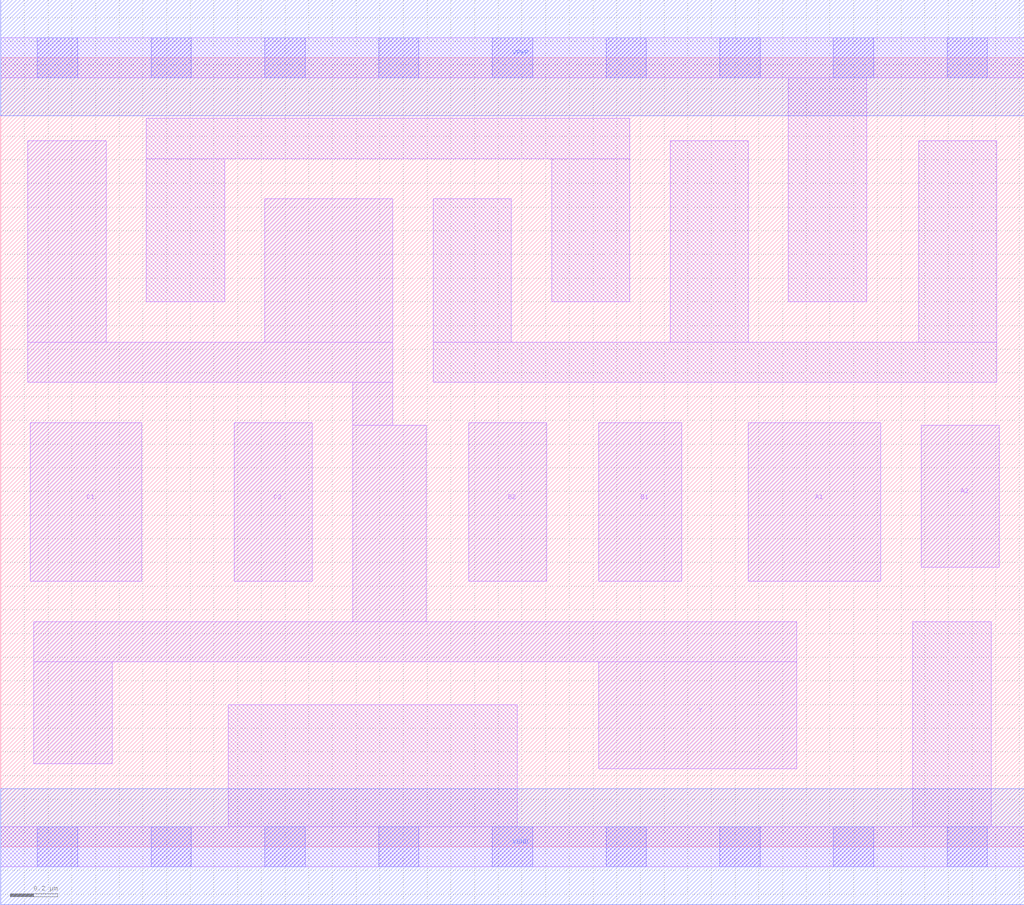
<source format=lef>
# Copyright 2020 The SkyWater PDK Authors
#
# Licensed under the Apache License, Version 2.0 (the "License");
# you may not use this file except in compliance with the License.
# You may obtain a copy of the License at
#
#     https://www.apache.org/licenses/LICENSE-2.0
#
# Unless required by applicable law or agreed to in writing, software
# distributed under the License is distributed on an "AS IS" BASIS,
# WITHOUT WARRANTIES OR CONDITIONS OF ANY KIND, either express or implied.
# See the License for the specific language governing permissions and
# limitations under the License.
#
# SPDX-License-Identifier: Apache-2.0

VERSION 5.7 ;
  NOWIREEXTENSIONATPIN ON ;
  DIVIDERCHAR "/" ;
  BUSBITCHARS "[]" ;
UNITS
  DATABASE MICRONS 200 ;
END UNITS
MACRO sky130_fd_sc_ms__a222oi_1
  CLASS CORE ;
  FOREIGN sky130_fd_sc_ms__a222oi_1 ;
  ORIGIN  0.000000  0.000000 ;
  SIZE  4.320000 BY  3.330000 ;
  SYMMETRY X Y ;
  SITE unit ;
  PIN A1
    ANTENNAGATEAREA  0.276000 ;
    DIRECTION INPUT ;
    USE SIGNAL ;
    PORT
      LAYER li1 ;
        RECT 3.155000 1.120000 3.715000 1.790000 ;
    END
  END A1
  PIN A2
    ANTENNAGATEAREA  0.276000 ;
    DIRECTION INPUT ;
    USE SIGNAL ;
    PORT
      LAYER li1 ;
        RECT 3.885000 1.180000 4.215000 1.780000 ;
    END
  END A2
  PIN B1
    ANTENNAGATEAREA  0.276000 ;
    DIRECTION INPUT ;
    USE SIGNAL ;
    PORT
      LAYER li1 ;
        RECT 2.525000 1.120000 2.875000 1.790000 ;
    END
  END B1
  PIN B2
    ANTENNAGATEAREA  0.276000 ;
    DIRECTION INPUT ;
    USE SIGNAL ;
    PORT
      LAYER li1 ;
        RECT 1.975000 1.120000 2.305000 1.790000 ;
    END
  END B2
  PIN C1
    ANTENNAGATEAREA  0.276000 ;
    DIRECTION INPUT ;
    USE SIGNAL ;
    PORT
      LAYER li1 ;
        RECT 0.125000 1.120000 0.595000 1.790000 ;
    END
  END C1
  PIN C2
    ANTENNAGATEAREA  0.276000 ;
    DIRECTION INPUT ;
    USE SIGNAL ;
    PORT
      LAYER li1 ;
        RECT 0.985000 1.120000 1.315000 1.790000 ;
    END
  END C2
  PIN Y
    ANTENNADIFFAREA  1.202000 ;
    DIRECTION OUTPUT ;
    USE SIGNAL ;
    PORT
      LAYER li1 ;
        RECT 0.115000 1.960000 1.655000 2.130000 ;
        RECT 0.115000 2.130000 0.445000 2.980000 ;
        RECT 0.140000 0.350000 0.470000 0.780000 ;
        RECT 0.140000 0.780000 3.360000 0.950000 ;
        RECT 1.115000 2.130000 1.655000 2.735000 ;
        RECT 1.485000 0.950000 1.795000 1.780000 ;
        RECT 1.485000 1.780000 1.655000 1.960000 ;
        RECT 2.525000 0.330000 3.360000 0.780000 ;
    END
  END Y
  PIN VGND
    DIRECTION INOUT ;
    USE GROUND ;
    PORT
      LAYER met1 ;
        RECT 0.000000 -0.245000 4.320000 0.245000 ;
    END
  END VGND
  PIN VPWR
    DIRECTION INOUT ;
    USE POWER ;
    PORT
      LAYER met1 ;
        RECT 0.000000 3.085000 4.320000 3.575000 ;
    END
  END VPWR
  OBS
    LAYER li1 ;
      RECT 0.000000 -0.085000 4.320000 0.085000 ;
      RECT 0.000000  3.245000 4.320000 3.415000 ;
      RECT 0.615000  2.300000 0.945000 2.905000 ;
      RECT 0.615000  2.905000 2.655000 3.075000 ;
      RECT 0.960000  0.085000 2.180000 0.600000 ;
      RECT 1.825000  1.960000 4.205000 2.130000 ;
      RECT 1.825000  2.130000 2.155000 2.735000 ;
      RECT 2.325000  2.300000 2.655000 2.905000 ;
      RECT 2.825000  2.130000 3.155000 2.980000 ;
      RECT 3.325000  2.300000 3.655000 3.245000 ;
      RECT 3.850000  0.085000 4.180000 0.950000 ;
      RECT 3.875000  2.130000 4.205000 2.980000 ;
    LAYER mcon ;
      RECT 0.155000 -0.085000 0.325000 0.085000 ;
      RECT 0.155000  3.245000 0.325000 3.415000 ;
      RECT 0.635000 -0.085000 0.805000 0.085000 ;
      RECT 0.635000  3.245000 0.805000 3.415000 ;
      RECT 1.115000 -0.085000 1.285000 0.085000 ;
      RECT 1.115000  3.245000 1.285000 3.415000 ;
      RECT 1.595000 -0.085000 1.765000 0.085000 ;
      RECT 1.595000  3.245000 1.765000 3.415000 ;
      RECT 2.075000 -0.085000 2.245000 0.085000 ;
      RECT 2.075000  3.245000 2.245000 3.415000 ;
      RECT 2.555000 -0.085000 2.725000 0.085000 ;
      RECT 2.555000  3.245000 2.725000 3.415000 ;
      RECT 3.035000 -0.085000 3.205000 0.085000 ;
      RECT 3.035000  3.245000 3.205000 3.415000 ;
      RECT 3.515000 -0.085000 3.685000 0.085000 ;
      RECT 3.515000  3.245000 3.685000 3.415000 ;
      RECT 3.995000 -0.085000 4.165000 0.085000 ;
      RECT 3.995000  3.245000 4.165000 3.415000 ;
  END
END sky130_fd_sc_ms__a222oi_1
END LIBRARY

</source>
